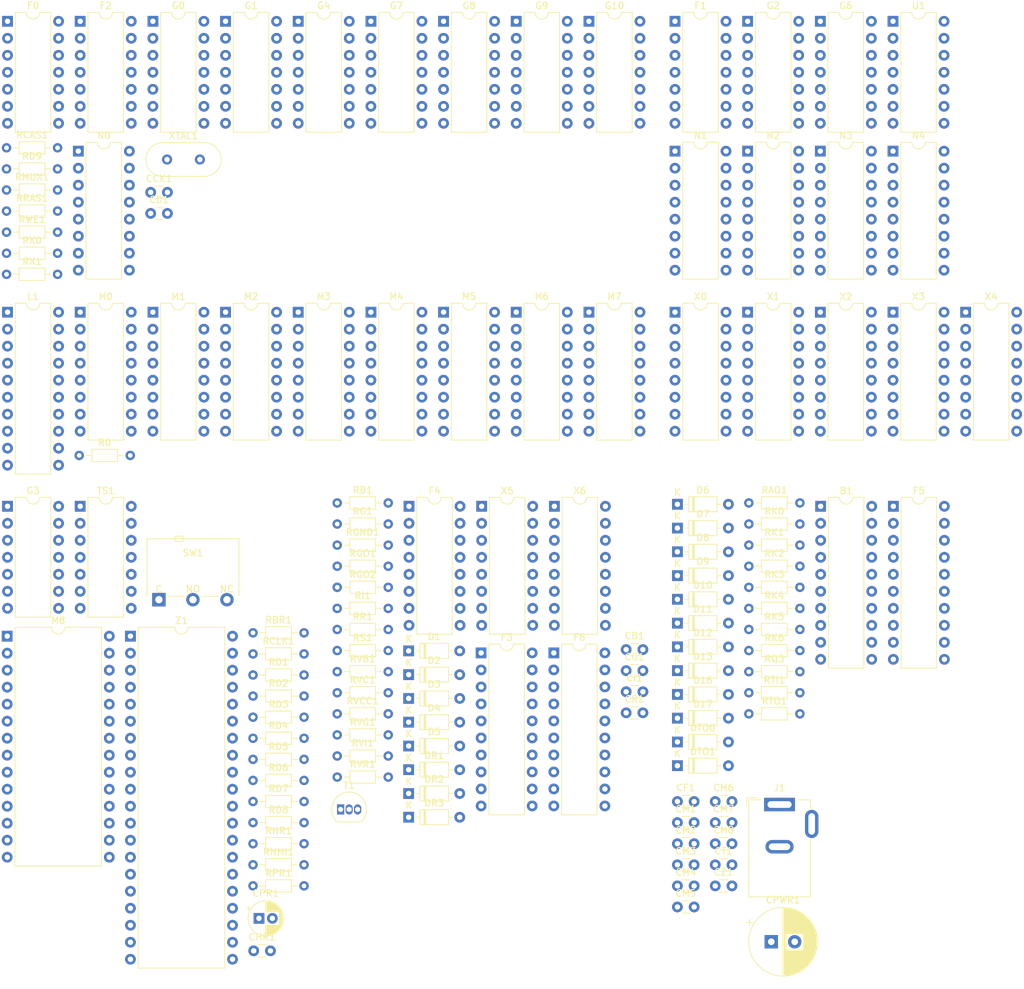
<source format=kicad_pcb>
(kicad_pcb (version 20240108) (generator "pcbnew") (generator_version "8.0")
  (layers (0 "F.Cu" signal) (31 "B.Cu" signal) (34 "B.Paste" user) (35 "F.Paste" user) (36 "B.SilkS" user "B.Silkscreen") (37 "F.SilkS" user "F.Silkscreen") (38 "B.Mask" user) (39 "F.Mask" user) (44 "Edge.Cuts" user))
  (net 0 "")
  (net 1 "/~{IE}")
  (net 2 "/INPUT-OUTPUT/K1")
  (net 3 "/INPUT-OUTPUT/K4")
  (net 4 "/INPUT-OUTPUT/K5")
  (net 5 "/D7")
  (net 7 "VCC")
  (net 8 "/D2")
  (net 9 "/INPUT-OUTPUT/K3")
  (net 10 "/D3")
  (net 11 "/D4")
  (net 12 "/D6")
  (net 13 "/INPUT-OUTPUT/K0")
  (net 14 "/INPUT-OUTPUT/K6")
  (net 15 "GNDD")
  (net 16 "/D5")
  (net 17 "/D0")
  (net 18 "/D1")
  (net 19 "/INPUT-OUTPUT/K2")
  (net 20 "/VIDEO_OUT/B")
  (net 21 "/CK1")
  (net 22 "/TIMING & CTRL/PCAS")
  (net 23 "/VIDEO_OUT/G")
  (net 24 "/Z80CPU & ROM/HR")
  (net 25 "Net-(DR1-A)")
  (net 26 "/Z80CPU & ROM/~{PRST}")
  (net 27 "/VIDEO_OUT/R")
  (net 28 "/VIDEO_OUT/GO")
  (net 29 "/VIDEO_OUT/GI")
  (net 30 "/VIDEO_OUT/GA")
  (net 31 "/VIDEO_OUT/GB")
  (net 32 "/VIDEO_OUT/GR")
  (net 33 "/VIDEO_OUT/GG")
  (net 34 "Net-(D6-A)")
  (net 35 "/A14")
  (net 36 "/A12")
  (net 37 "Net-(D7-A)")
  (net 38 "Net-(D8-A)")
  (net 39 "/A10")
  (net 40 "/A8")
  (net 41 "Net-(D9-A)")
  (net 42 "Net-(D10-A)")
  (net 43 "/A11")
  (net 44 "Net-(D11-A)")
  (net 45 "/A15")
  (net 46 "/A9")
  (net 47 "Net-(D12-A)")
  (net 48 "/A13")
  (net 49 "Net-(D13-A)")
  (net 50 "Net-(DTO0-A)")
  (net 51 "/CK3")
  (net 52 "/TIMING & CTRL/~{CK3D}")
  (net 53 "/TIMING & CTRL/~{WAIT}")
  (net 55 "/TIMING & CTRL/DRD")
  (net 56 "/TIMING & CTRL/CK")
  (net 57 "/CK3D")
  (net 58 "/TIMING & CTRL/GCK")
  (net 59 "/VIDEO_CTRL/~{HVS}")
  (net 61 "/VIDEO_CTRL/HVS")
  (net 62 "/VIDEO_CTRL/~{PHVB}")
  (net 63 "/VIDEO_CTRL/~{HVB}")
  (net 64 "/VIDEO_CTRL/~{PHVS}")
  (net 65 "/TIMING & CTRL/~{IORD}")
  (net 66 "/TIMING & CTRL/~{SM}")
  (net 68 "/Q6")
  (net 69 "/Q5")
  (net 70 "/TIMING & CTRL/SM")
  (net 71 "/TIMING & CTRL/~{CE}")
  (net 72 "/~{RST}")
  (net 73 "/VIDEO_OUT/G6")
  (net 74 "/VIDEO_OUT/G7")
  (net 75 "/MD4")
  (net 76 "/MD3")
  (net 77 "/MD5")
  (net 78 "/VIDEO_OUT/G1")
  (net 79 "/MD0")
  (net 80 "/VIDEO_OUT/G3")
  (net 81 "/MD2")
  (net 82 "/VIDEO_OUT/G5")
  (net 83 "/MD6")
  (net 84 "/MD1")
  (net 85 "/MD7")
  (net 86 "/VIDEO_OUT/G4")
  (net 87 "/VIDEO_OUT/G2")
  (net 88 "/VIDEO_OUT/G0")
  (net 89 "/VIDEO_OUT/S0")
  (net 90 "/TIMING & CTRL/~{LD}")
  (net 91 "/TIMING & CTRL/~{CK1}")
  (net 93 "/Q3")
  (net 94 "/A0")
  (net 95 "/Q4")
  (net 96 "/Q0")
  (net 97 "/Q1")
  (net 98 "/~{IOWR}")
  (net 99 "/Q2")
  (net 101 "/VIDEO_OUT/S1")
  (net 102 "/VIDEO_OUT/S3")
  (net 103 "/VIDEO_OUT/VR")
  (net 104 "/VIDEO_OUT/VI")
  (net 105 "/VIDEO_OUT/VB")
  (net 106 "/VIDEO_OUT/S4")
  (net 107 "/VIDEO_OUT/VG")
  (net 108 "/VIDEO_OUT/XR")
  (net 109 "/VIDEO_OUT/XI")
  (net 110 "/VIDEO_OUT/S2")
  (net 111 "/VIDEO_OUT/XG")
  (net 112 "/VIDEO_OUT/XB")
  (net 113 "/TIMING & CTRL/~{DO}")
  (net 114 "/~{RD}")
  (net 115 "/TIMING & CTRL/DE")
  (net 116 "/TIMING & CTRL/MRQ")
  (net 117 "/TIMING & CTRL/~{AE}")
  (net 118 "/TIMING & CTRL/A00")
  (net 119 "/TIMING & CTRL/~{DRQ}")
  (net 120 "/MUX/V2")
  (net 121 "/TIMING & CTRL/~{OE}")
  (net 122 "/VIDEO_CTRL/VT0")
  (net 123 "/TIMING & CTRL/DA")
  (net 124 "/VIDEO_CTRL/~{VT1}")
  (net 125 "/CK2")
  (net 126 "/TIMING & CTRL/~{PRAS}")
  (net 127 "/TIMING & CTRL/MRD")
  (net 128 "/CK4")
  (net 129 "/VIDEO_CTRL/H5")
  (net 130 "/MUX/V1")
  (net 131 "/VIDEO_CTRL/~{PVB}")
  (net 132 "/VIDEO_OUT/FLSH")
  (net 133 "/MUX/VXX")
  (net 134 "/VIDEO_CTRL/V12")
  (net 135 "/MUX/V0")
  (net 136 "/MUX/V7")
  (net 137 "/MUX/V8")
  (net 138 "/VIDEO_CTRL/~{PHS}")
  (net 139 "/Z80CPU & ROM/~{HR}")
  (net 140 "/VIDEO_CTRL/VT2")
  (net 141 "/MUX/V6")
  (net 142 "/Z80CPU & ROM/~{PR}")
  (net 143 "/VIDEO_CTRL/~{PVS}")
  (net 144 "/VIDEO_CTRL/VCLR")
  (net 145 "/TIMING & CTRL/RFSH")
  (net 146 "/~{MREQ}")
  (net 147 "/MUX/H2")
  (net 148 "/MUX/H4")
  (net 149 "/VIDEO_CTRL/~{HBL}")
  (net 150 "/VIDEO_CTRL/~{HLD}")
  (net 151 "/VIDEO_CTRL/~{XBL}")
  (net 152 "/MUX/H3")
  (net 153 "/~{IORQ}")
  (net 154 "/~{WR}")
  (net 155 "/TIMING & CTRL/~{PWE}")
  (net 156 "/VIDEO_OUT/~{PS}")
  (net 157 "/MUX/X15")
  (net 158 "/VIDEO_CTRL/VBL")
  (net 159 "/VIDEO_CTRL/HBL")
  (net 160 "/MUX/V4")
  (net 161 "/MUX/V5")
  (net 162 "/TIMING & CTRL/MUX")
  (net 163 "/MUX/V3")
  (net 164 "/VIDEO_CTRL/PVB")
  (net 165 "/~{DRD}")
  (net 166 "/MUX/~{MUX}")
  (net 167 "/~{RFSH}")
  (net 168 "/TIMING & CTRL/~{PCAS}")
  (net 170 "/DRAM/XA5")
  (net 171 "/DRAM/XA0")
  (net 172 "/DRAM/XA4")
  (net 173 "/DRAM/XA6")
  (net 174 "/DRAM/XA2")
  (net 175 "/~{RAS}")
  (net 176 "/DRAM/XA8")
  (net 177 "/~{CAS}")
  (net 178 "/DRAM/XA3")
  (net 179 "/DRAM/XA1")
  (net 180 "/~{WE}")
  (net 181 "/DRAM/XA7")
  (net 182 "/A5")
  (net 183 "/A1")
  (net 184 "/A4")
  (net 185 "/A3")
  (net 186 "/A6")
  (net 187 "/A7")
  (net 188 "/A2")
  (net 195 "/VIDEO_CTRL/CY0")
  (net 197 "/MUX/H0")
  (net 198 "/MUX/H1")
  (net 200 "/VIDEO_CTRL/CY1")
  (net 201 "/VIDEO_CTRL/CY2")
  (net 206 "/INPUT-OUTPUT/AO")
  (net 207 "/INPUT-OUTPUT/SPKR")
  (net 208 "/~{BUSRQ}")
  (net 209 "Net-(T1-E)")
  (net 210 "/INPUT-OUTPUT/TI")
  (net 211 "/~{NMI}")
  (net 212 "Net-(T1-B)")
  (net 213 "Net-(SPEAKERTI1-+)")
  (net 214 "/INPUT-OUTPUT/TO")
  (net 215 "/VIDEO_OUT/VC")
  (net 216 "/TIMING & CTRL/X1")
  (net 217 "/TIMING & CTRL/X0")
  (net 218 "/TIMING & CTRL/X2")
  (net 220 "/Z80CPU & ROM/PR")
  (net 222 "/VIDEO_CTRL/V9")
  (net 224 "/MUX/VX2")
  (net 225 "/MUX/VX0")
  (net 226 "/MUX/VX3")
  (net 227 "/MUX/VX1")
  (net 228 "/VIDEO_CTRL/HVBL")
  (net 231 "/~{INT}")
  (net 232 "/~{M1}")
  (footprint "Diode_THT:D_DO-35_SOD27_P7.62mm_Horizontal" (layer "F.Cu") (at -60.1238 90.8934)
    (property "Reference" "D7")
    (property "Value" "1N4148")
  )
  (footprint "Resistor_THT:R_Axial_DIN0204_L3.6mm_D1.6mm_P7.62mm_Horizontal" (layer "F.Cu") (at -160.2838 52.9934)
    (property "Reference" "RX1")
    (property "Value" "680")
  )
  (footprint "Diode_THT:D_DO-35_SOD27_P7.62mm_Horizontal" (layer "F.Cu") (at -60.1238 97.9934)
    (property "Reference" "D9")
    (property "Value" "1N4148")
  )
  (footprint "Package_DIP:DIP-14_W7.62mm" (layer "F.Cu") (at -138.4338 15.1934)
    (property "Reference" "G0")
    (property "Value" "74LS00")
  )
  (footprint "Resistor_THT:R_Axial_DIN0204_L3.6mm_D1.6mm_P7.62mm_Horizontal" (layer "F.Cu") (at -110.9138 124.9434)
    (property "Reference" "RVI1")
    (property "Value" "2K2")
  )
  (footprint "Diode_THT:D_DO-35_SOD27_P7.62mm_Horizontal" (layer "F.Cu") (at -100.2438 109.2434)
    (property "Reference" "D1")
    (property "Value" "1N4148")
  )
  (footprint "Resistor_THT:R_Axial_DIN0204_L3.6mm_D1.6mm_P7.62mm_Horizontal" (layer "F.Cu") (at -49.4538 112.3434)
    (property "Reference" "RQ3")
    (property "Value" "10K")
  )
  (footprint "Resistor_THT:R_Axial_DIN0204_L3.6mm_D1.6mm_P7.62mm_Horizontal" (layer "F.Cu") (at -49.4538 96.5934)
    (property "Reference" "RK2")
    (property "Value" "4K7")
  )
  (footprint "Package_DIP:DIP-20_W7.62mm" (layer "F.Cu") (at -78.5738 109.5434)
    (property "Reference" "F6")
    (property "Value" "74LS377")
  )
  (footprint "Capacitor_THT:C_Disc_D3.0mm_W1.6mm_P2.50mm" (layer "F.Cu") (at -67.7738 109.0434)
    (property "Reference" "CB1")
    (property "Value" "220")
  )
  (footprint "Resistor_THT:R_Axial_DIN0204_L3.6mm_D1.6mm_P7.62mm_Horizontal" (layer "F.Cu") (at -160.2838 37.2434)
    (property "Reference" "RD9")
    (property "Value" "220")
  )
  (footprint "Package_DIP:DIP-16_W7.62mm" (layer "F.Cu") (at -49.6338 34.5934)
    (property "Reference" "N2")
    (property "Value" "74LS193")
  )
  (footprint "Package_DIP:DIP-16_W7.62mm" (layer "F.Cu") (at -84.1838 58.6434)
    (property "Reference" "M6")
    (property "Value" "MMN4164")
  )
  (footprint "Package_DIP:DIP-16_W7.62mm" (layer "F.Cu") (at -27.9338 34.5934)
    (property "Reference" "N4")
    (property "Value" "74LS193")
  )
  (footprint "Capacitor_THT:C_Disc_D3.0mm_W1.6mm_P2.50mm" (layer "F.Cu") (at -60.1238 147.4934)
    (property "Reference" "CM5")
    (property "Value" "100n")
  )
  (footprint "Resistor_THT:R_Axial_DIN0204_L3.6mm_D1.6mm_P7.62mm_Horizontal" (layer "F.Cu") (at -49.4538 93.4434)
    (property "Reference" "RK1")
    (property "Value" "4K7")
  )
  (footprint "Capacitor_THT:C_Disc_D3.0mm_W1.6mm_P2.50mm" (layer "F.Cu") (at -54.4738 134.8934)
    (property "Reference" "CM7")
    (property "Value" "100n")
  )
  (footprint "Capacitor_THT:C_Disc_D3.0mm_W1.6mm_P2.50mm" (layer "F.Cu") (at -60.1238 138.0434)
    (property "Reference" "CM2")
    (property "Value" "100n")
  )
  (footprint "Package_DIP:DIP-16_W7.62mm" (layer "F.Cu") (at -127.5838 58.6434)
    (property "Reference" "M2")
    (property "Value" "MMN4164")
  )
  (footprint "Resistor_THT:R_Axial_DIN0204_L3.6mm_D1.6mm_P7.62mm_Horizontal" (layer "F.Cu") (at -110.9138 121.7934)
    (property "Reference" "RVG1")
    (property "Value" "240")
  )
  (footprint "Capacitor_THT:C_Disc_D3.0mm_W1.6mm_P2.50mm" (layer "F.Cu") (at -67.7738 118.4934)
    (property "Reference" "CR1")
    (property "Value" "220")
  )
  (footprint "Capacitor_THT:C_Disc_D3.0mm_W1.6mm_P2.50mm" (layer "F.Cu") (at -60.1238 144.3434)
    (property "Reference" "CM4")
    (property "Value" "100n")
  )
  (footprint "Diode_THT:D_DO-35_SOD27_P7.62mm_Horizontal" (layer "F.Cu") (at -60.1238 126.3934)
    (property "Reference" "DTO1")
    (property "Value" "1N4148")
  )
  (footprint "Resistor_THT:R_Axial_DIN0204_L3.6mm_D1.6mm_P7.62mm_Horizontal" (layer "F.Cu") (at -110.9138 109.1934)
    (property "Reference" "RS1")
    (property "Value" "270")
  )
  (footprint "Package_DIP:DIP-14_W7.62mm" (layer "F.Cu") (at -49.6338 15.1934)
    (property "Reference" "G2")
    (property "Value" "74LS08")
  )
  (footprint "Package_DIP:DIP-16_W7.62mm" (layer "F.Cu") (at -78.4938 87.6434)
    (property "Reference" "X6")
    (property "Value" "74LS157")
  )
  (footprint "Crystal:Crystal_HC18-U_Vertical" (layer "F.Cu") (at -136.3138 35.8434)
    (property "Reference" "XTAL1")
    (property "Value" "14MHz")
  )
  (footprint "Resistor_THT:R_Axial_DIN0204_L3.6mm_D1.6mm_P7.62mm_Horizontal" (layer "F.Cu") (at -110.9138 93.4434)
    (property "Reference" "RGND1")
    (property "Value" "2K2")
  )
  (footprint "Resistor_THT:R_Axial_DIN0204_L3.6mm_D1.6mm_P7.62mm_Horizontal" (layer "F.Cu") (at -160.2838 46.6934)
    (property "Reference" "RWE1")
    (property "Value" "33")
  )
  (footprint "Diode_THT:D_DO-35_SOD27_P7.62mm_Horizontal" (layer "F.Cu") (at -60.1238 115.7434)
    (property "Reference" "D16")
    (property "Value" "1N4148")
  )
  (footprint "Resistor_THT:R_Axial_DIN0204_L3.6mm_D1.6mm_P7.62mm_Horizontal" (layer "F.Cu") (at -49.4538 109.1934)
    (property "Reference" "RK6")
    (property "Value" "220")
  )
  (footprint "Resistor_THT:R_Axial_DIN0204_L3.6mm_D1.6mm_P7.62mm_Horizontal" (layer "F.Cu") (at -123.4838 115.9934)
    (property "Reference" "RD2")
    (property "Value" "4K7")
  )
  (footprint "Package_DIP:DIP-16_W7.62mm" (layer "F.Cu") (at -149.2838 58.6434)
    (property "Reference" "M0")
    (property "Value" "MMN4164")
  )
  (footprint "Resistor_THT:R_Axial_DIN0204_L3.6mm_D1.6mm_P7.62mm_Horizontal" (layer "F.Cu") (at -110.9138 128.0934)
    (property "Reference" "RVR1")
    (property "Value" "470")
  )
  (footprint "Capacitor_THT:C_Disc_D3.0mm_W1.6mm_P2.50mm" (layer "F.Cu") (at -138.7638 40.7434)
    (property "Reference" "CCK1")
    (property "Value" "~")
  )
  (footprint "Diode_THT:D_DO-35_SOD27_P7.62mm_Horizontal" (layer "F.Cu") (at -60.1238 112.1934)
    (property "Reference" "D13")
    (property "Value" "1N4148")
  )
  (footprint "Resistor_THT:R_Axial_DIN0204_L3.6mm_D1.6mm_P7.62mm_Horizontal" (layer "F.Cu") (at -149.4338 80.0434)
    (property "Reference" "R0")
    (property "Value" "0")
  )
  (footprint "Capacitor_THT:C_Disc_D3.0mm_W1.6mm_P2.50mm" (layer "F.Cu") (at -67.7738 115.3434)
    (property "Reference" "CI1")
    (property "Value" "220")
  )
  (footprint "Diode_THT:D_DO-35_SOD27_P7.62mm_Horizontal" (layer "F.Cu") (at -100.2438 126.9934)
    (property "Reference" "DR1")
    (property "Value" "1N4148")
  )
  (footprint "Capacitor_THT:C_Disc_D3.0mm_W1.6mm_P2.50mm" (layer "F.Cu") (at -54.4738 131.7434)
    (property "Reference" "CM6")
    (property "Value" "100n")
  )
  (footprint "Package_DIP:DIP-14_W7.62mm" (layer "F.Cu") (at -95.0338 15.1934)
    (property "Reference" "G8")
    (property "Value" "74LS86")
  )
  (footprint "Resistor_THT:R_Axial_DIN0204_L3.6mm_D1.6mm_P7.62mm_Horizontal" (layer "F.Cu") (at -160.2838 34.0934)
    (property "Reference" "RCAS1")
    (property "Value" "33")
  )
  (footprint "Resistor_THT:R_Axial_DIN0204_L3.6mm_D1.6mm_P7.62mm_Horizontal" (layer "F.Cu") (at -49.4538 106.0434)
    (property "Reference" "RK5")
    (property "Value" "4K7")
  )
  (footprint "Resistor_THT:R_Axial_DIN0204_L3.6mm_D1.6mm_P7.62mm_Horizontal" (layer "F.Cu") (at -123.4838 144.3434)
    (property "Reference" "RPR1")
    (property "Value" "10K")
  )
  (footprint "Resistor_THT:R_Axial_DIN0204_L3.6mm_D1.6mm_P7.62mm_Horizontal" (layer "F.Cu") (at -110.9138 102.8934)
    (property "Reference" "RI1")
    (property "Value" "680")
  )
  (footprint "Package_DIP:DIP-14_W7.62mm" (layer "F.Cu") (at -160.1338 15.1934)
    (property "Reference" "F0")
    (property "Value" "74LS74")
  )
  (footprint "Capacitor_THT:C_Disc_D3.0mm_W1.6mm_P2.50mm" (layer "F.Cu") (at -54.4738 141.1934)
    (property "Reference" "CT1")
    (property "Value" "100n")
  )
  (footprint "Package_DIP:DIP-14_W7.62mm" (layer "F.Cu") (at -127.5838 15.1934)
    (property "Reference" "G1")
    (property "Value" "74LS00")
  )
  (footprint "Resistor_THT:R_Axial_DIN0204_L3.6mm_D1.6mm_P7.62mm_Horizontal" (layer "F.Cu") (at -110.9138 87.1434)
    (property "Reference" "RB1")
    (property "Value" "470")
  )
  (footprint "Package_DIP:DIP-16_W7.62mm" (layer "F.Cu") (at -49.6338 58.6434)
    (property "Reference" "X1")
    (property "Value" "74LS153")
  )
  (footprint "Package_DIP:DIP-16_W7.62mm" (layer "F.Cu") (at -95.0338 58.6434)
    (property "Reference" "M5")
    (property "Value" "MMN4164")
  )
  (footprint "Resistor_THT:R_Axial_DIN0204_L3.6mm_D1.6mm_P7.62mm_Horizontal" (layer "F.Cu") (at -49.4538 115.4934)
    (property "Reference" "RTI1")
    (property "Value" "220")
  )
  (footprint "Package_TO_SOT_THT:TO-92_Inline" (layer "F.Cu") (at -110.4038 132.9234)
    (property "Reference" "T1")
    (property "Value" "PN2222A")
  )
  (footprint "Package_DIP:DIP-16_W7.62mm" (layer "F.Cu") (at -116.7338 58.6434)
    (property "Reference" "M3")
    (property "Value" "MMN4164")
  )
  (footprint "Capacitor_THT:C_Disc_D3.0mm_W1.6mm_P2.50mm" (layer "F.Cu") (at -67.7738 112.1934)
    (property "Reference" "CG1")
    (property "Value" "220")
  )
  (footprint "Capacitor_THT:C_Disc_D3.0mm_W1.6mm_P2.50mm" (layer "F.Cu") (at -123.3838 154.0434)
    (property "Reference" "CHR1")
    (property "Value" "100n")
  )
  (footprint "Package_DIP:DIP-40_W15.24mm" (layer "F.Cu") (at -141.7838 107.0434)
    (property "Reference" "Z1")
    (property "Value" "Z80CPU")
  )
  (footprint "Diode_THT:D_DO-35_SOD27_P7.62mm_Horizontal" (layer "F.Cu") (at -100.2438 112.7934)
    (property "Reference" "D2")
    (property "Value" "1N4148")
  )
  (footprint "Package_DIP:DIP-16_W7.62mm" (layer "F.Cu") (at -38.7838 34.5934)
    (property "Reference" "N3")
    (property "Value" "74LS193")
  )
  (footprint "Diode_THT:D_DO-35_SOD27_P7.62mm_Horizontal" (layer "F.Cu") (at -60.1238 105.0934)
    (property "Reference" "D11")
    (property "Value" "1N4148")
  )
  (footprint "Resistor_THT:R_Axial_DIN0204_L3.6mm_D1.6mm_P7.62mm_Horizontal" (layer "F.Cu") (at -49.4538 99.7434)
    (property "Reference" "RK3")
    (property "Value" "4K7")
  )
  (footprint "Package_DIP:DIP-20_W7.62mm" (layer "F.Cu") (at -89.4238 109.5434)
    (property "Reference" "F3")
    (property "Value" "74LS377")
  )
  (footprint "Package_DIP:DIP-16_W7.62mm" (layer "F.Cu") (at -105.8838 58.6434)
    (property "Reference" "M4")
    (property "Value" "MMN4164")
  )
  (footprint "Resistor_THT:R_Axial_DIN0204_L3.6mm_D1.6mm_P7.62mm_Horizontal" (layer "F.Cu") (at -123.4838 122.2934)
    (property "Reference" "RD4")
    (property "Value" "4K7")
  )
  (footprint "Diode_THT:D_DO-35_SOD27_P7.62mm_Horizontal" (layer "F.Cu") (at -100.2438 123.4434)
    (property "Reference" "D5")
    (property "Value" "1N4148")
  )
  (footprint "Resistor_THT:R_Axial_DIN0204_L3.6mm_D1.6mm_P7.62mm_Horizontal" (layer "F.Cu") (at -123.4838 119.1434)
    (property "Reference" "RD3")
    (property "Value" "4K7")
  )
  (footprint "Package_DIP:DIP-20_W7.62mm" (layer "F.Cu") (at -38.7338 87.6434)
    (property "Reference" "B1")
    (property "Value" "74LS244")
  )
  (footprint "Package_DIP:DIP-14_W7.62mm" (layer "F.Cu") (at -149.2838 87.6434)
    (property "Reference" "TS1")
    (property "Value" "74LS04")
  )
  (footprint "Diode_THT:D_DO-35_SOD27_P7.62mm_Horizontal" (layer "F.Cu") (at -60.1238 119.2934)
    (property "Reference" "D17")
    (property "Value" "1N4148")
  )
  (footprint "Capacitor_THT:C_Disc_D3.0mm_W1.6mm_P2.50mm" (layer "F.Cu") (at -54.4738 144.3434)
    (property "Reference" "CZ1")
    (property "Value" "100n")
  )
  (footprint "Resistor_THT:R_Axial_DIN0204_L3.6mm_D1.6mm_P7.62mm_Horizontal" (layer "F.Cu") (at -160.2838 40.3934)
    (property "Reference" "RMUX1")
    (property "Value" "220")
  )
  (footprint "Package_DIP:DIP-16_W7.62mm" (layer "F.Cu") (at -27.9338 58.6434)
    (property "Reference" "X3")
    (property "Value" "74LS153")
  )
  (footprint "Capacitor_THT:C_Disc_D3.0mm_W1.6mm_P2.50mm" (layer "F.Cu") (at -60.1238 141.1934)
    (property "Reference" "CM3")
    (property "Value" "100n")
  )
  (footprint "Package_DIP:DIP-14_W7.62mm" (layer "F.Cu") (at -84.1838 15.1934)
    (property "Reference" "G9")
    (property "Value" "74LS20")
  )
  (footprint "Capacitor_THT:CP_Radial_D5.0mm_P2.00mm" (layer "F.Cu") (at -122.594025 149.1934)
    (property "Reference" "CPR1")
    (property "Value" "10uF")
  )
  (footprint "Resistor_THT:R_Axial_DIN0204_L3.6mm_D1.6mm_P7.62mm_Horizontal" (layer "F.Cu") (at -123.4838 106.5434)
    (property "Reference" "RBR1")
    (property "Value" "10K")
  )
  (footprint "Diode_THT:D_DO-35_SOD27_P7.62mm_Horizontal" (layer "F.Cu") (at -60.1238 87.3434)
    (property "Reference" "D6")
    (property "Value" "1N4148")
  )
  (footprint "Resistor_THT:R_Axial_DIN0204_L3.6mm_D1.6mm_P7.62mm_Horizontal" (layer "F.Cu") (at -123.4838 131.7434)
    (property "Reference" "RD7")
    (property "Value" "4K7")
  )
  (footprint "Package_DIP:DIP-16_W7.62mm" (layer "F.Cu") (at -100.1938 87.6434)
    (property "Reference" "F4")
    (property "Value" "74LS165")
  )
  (footprint "Resistor_THT:R_Axial_DIN0204_L3.6mm_D1.6mm_P7.62mm_Horizontal" (layer "F.Cu") (at -110.9138 115.4934)
    (property "Reference" "RVC1")
    (property "Value" "75")
  )
  (footprint "Resistor_THT:R_Axial_DIN0204_L3.6mm_D1.6mm_P7.62mm_Horizontal" (layer "F.Cu") (at -123.4838 128.5934)
    (property "Reference" "RD6")
    (property "Value" "4K7")
  )
  (footprint "Capacitor_THT:C_Disc_D3.0mm_W1.6mm_P2.50mm" (layer "F.Cu") (at -138.7638 43.8934)
    (property "Reference" "CD1")
    (property "Value" "220")
  )
  (footprint "Package_DIP:DIP-20_W7.62mm" (layer "F.Cu") (at -27.8838 87.6434)
    (property "Reference" "F5")
    (property "Value" "74LS377")
  )
  (footprint "Package_DIP:DIP-16_W7.62mm" (layer "F.Cu") (at -149.5638 34.5934)
    (property "Reference" "N0")
    (property "Value" "74LS193")
  )
  (footprint "Capacitor_THT:C_Disc_D3.0mm_W1.6mm_P2.50mm" (layer "F.Cu") (at -54.4738 138.0434)
    (property "Reference" "CM8")
    (property "Value" "100n")
  )
  (footprint "Resistor_THT:R_Axial_DIN0204_L3.6mm_D1.6mm_P7.62mm_Horizontal" (layer "F.Cu") (at -123.4838 134.8934)
    (property "Reference" "RD8")
    (property "Value" "4K7")
  )
  (footprint "Package_DIP:DIP-14_W7.62mm" (layer "F.Cu") (at -116.7338 15.1934)
    (property "Reference" "G4")
    (property "Value" "74LS02")
  )
  (footprint "Package_DIP:DIP-14_W7.62mm" (layer "F.Cu") (at -27.9338 15.1934)
    (property "Reference" "U1")
    (property "Value" "74LS93")
  )
  (footprint "Resistor_THT:R_Axial_DIN0204_L3.6mm_D1.6mm_P7.62mm_Horizontal" (layer "F.Cu") (at -123.4838 125.4434)
    (property "Reference" "RD5")
    (property "Value" "4K7")
  )
  (footprint "Package_DIP:DIP-14_W7.62mm" (layer "F.Cu") (at -60.4838 15.1934)
    (property "Reference" "F1")
    (property "Value" "74LS74")
  )
  (footprint "Resistor_THT:R_Axial_DIN0204_L3.6mm_D1.6mm_P7.62mm_Horizontal" (layer "F.Cu") (at -160.2838 43.5434)
    (property "Reference" "RRAS1")
    (property "Value" "33")
  )
  (footprint "Resistor_THT:R_Axial_DIN0204_L3.6mm_D1.6mm_P7.62mm_Horizontal" (layer "F.Cu") (at -110.9138 96.5934)
    (property "Reference" "RGO1")
    (property "Value" "10K")
  )
  (footprint "Package_DIP:DIP-14_W7.62mm" (layer "F.Cu") (at -149.2838 15.1934)
    (property "Reference" "F2")
    (property "Value" "74LS74")
  )
  (footprint "Package_DIP:DIP-14_W7.62mm" (layer "F.Cu") (at -73.3338 15.1934)
    (property "Reference" "G10")
    (property "Value" "74LS04")
  )
  (footprint "Diode_THT:D_DO-35_SOD27_P7.62mm_Horizontal" (layer "F.Cu") (at -100.2438 134.0934)
    (property "Reference" "DR3")
    (property "Value" "1N4148")
  )
  (footprint "Resistor_THT:R_Axial_DIN0204_L3.6mm_D1.6mm_P7.62mm_Horizontal" (layer "F.Cu") (at -123.4838 112.8434)
    (property "Reference" "RD1")
    (property "Value" "4K7")
  )
  (footprint "Diode_THT:D_DO-35_SOD27_P7.62mm_Horizontal" (layer "F.Cu") (at -100.2438 116.3434)
    (property "Reference" "D3")
    (property "Value" "1N4148")
  )
  (footprint "Resistor_THT:R_Axial_DIN0204_L3.6mm_D1.6mm_P7.62mm_Horizontal" (layer "F.Cu") (at -49.4538 90.2934)
    (property "Reference" "RK0")
    (property "Value" "4K7")
  )
  (footprint "Diode_THT:D_DO-35_SOD27_P7.62mm_Horizontal" (layer "F.Cu") (at -60.1238 101.5434)
    (property "Reference" "D10")
    (property "Value" "1N4148")
  )
  (footprint "Resistor_THT:R_Axial_DIN0204_L3.6mm_D1.6mm_P7.62mm_Horizontal" (layer "F.Cu") (at -49.4538 102.8934)
    (property "Reference" "RK4")
    (property "Value" "4K7")
  )
  (footprint "Package_DIP:DIP-16_W7.62mm" (layer "F.Cu") (at -38.7838 58.6434)
    (property "Reference" "X2")
    (property "Value" "74LS153")
  )
  (footprint "Resistor_THT:R_Axial_DIN0204_L3.6mm_D1.6mm_P7.62mm_Horizontal" (layer "F.Cu") (at -110.9138 112.3434)
    (property "Reference" "RVB1")
    (property "Value" "1K")
  )
  (footprint "Diode_THT:D_DO-35_SOD27_P7.62mm_Horizontal" (layer "F.Cu") (at -60.1238 94.4434)
    (property "Reference" "D8")
    (property "Value" "1N4148")
  )
  (footprint "Capacitor_THT:C_Disc_D3.0mm_W1.6mm_P2.50mm" (layer "F.Cu") (at -60.1238 131.7434)
    (property "Reference" "CF1")
    (property "Value" "100n")
  )
  (footprint "Package_DIP:DIP-16_W7.62mm" (layer "F.Cu") (at -17.0838 58.6434)
    (property "Reference" "X4")
    (property "Value" "74LS153")
  )
  (footprint "Resistor_THT:R_Axial_DIN0204_L3.6mm_D1.6mm_P7.62mm_Horizontal" (layer "F.Cu") (at -110.9138 106.0434)
    (property "Reference" "RR1")
    (property "Value" "470")
  )
  (footprint "Package_DIP:DIP-14_W7.62mm" (layer "F.Cu") (at -38.7838 15.1934)
    (property "Reference" "G6")
    (property "Value" "74LS32")
  )
  (footprint "Resistor_THT:R_Axial_DIN0204_L3.6mm_D1.6mm_P7.62mm_Horizontal" (layer "F.Cu") (at -110.9138 118.6434)
    (property "Reference" "RVCC1")
    (property "Value" "120")
  )
  (footprint "Diode_THT:D_DO-35_SOD27_P7.62mm_Horizontal" (layer "F.Cu") (at -100.2438 119.8934)
    (property "Reference" "D4")
    (property "Value" "1N4148")
  )
  (footprint "Resistor_THT:R_Axial_DIN0204_L3.6mm_D1.6mm_P7.62mm_Horizontal" (layer "F.Cu") (at -123.4838 138.0434)
    (property "Reference" "RHR1")
    (property "Value" "10K")
  )
  (footprint "Resistor_THT:R_Axial_DIN0204_L3.6mm_D1.6mm_P7.62mm_Horizontal" (layer "F.Cu") (at -49.4538 87.1434)
    (property "Reference" "RAO1")
    (property "Value" "10K")
  )
  (footprint "Resistor_THT:R_Axial_DIN0204_L3.6mm_D1.6mm_P7.62mm_Horizontal" (layer "F.Cu") (at -123.4838 141.1934)
    (property "Reference" "RNMI1")
    (property "Value" "10K")
  )
  (footprint "Resistor_THT:R_Axial_DIN0204_L3.6mm_D1.6mm_P7.62mm_Horizontal" (layer "F.Cu") (at -123.4838 109.6934)
    (property "Reference" "RCLK1")
    (property "Value" "330")
  )
  (footprint "Resistor_THT:R_Axial_DIN0204_L3.6mm_D1.6mm_P7.62mm_Horizontal" (layer "F.Cu") (at -49.4538 118.6434)
    (property "Reference" "RTO1")
    (property "Value" "10K")
  )
  (footprint "Package_DIP:DIP-16_W7.62mm" (layer "F.Cu") (at -73.3338 58.6434)
    (property "Reference" "M7")
    (property "Value" "MMN4164")
  )
  (footprint "Diode_THT:D_DO-35_SOD27_P7.62mm_Horizontal" (layer "F.Cu") (at -100.2438 130.5434)
    (property "Reference" "DR2")
    (property "Value" "1N4148")
  )
  (footprint "Capacitor_THT:C_Disc_D3.0mm_W1.6mm_P2.50mm" (layer "F.Cu") (at -60.1238 134.8934)
    (property "Reference" "CM1")
    (property "Value" "100n")
  )
  (footprint "Package_DIP:DIP-28_W15.24mm" (layer "F.Cu") (at -160.1838 107.0434)
    (property "Reference" "M8")
    (property "Value" "27C128")
  )
  (footprint "Diode_THT:D_DO-35_SOD27_P7.62mm_Horizontal" (layer "F.Cu") (at -60.1238 122.8434)
    (property "Reference" "DTO0")
    (property "Value" "1N4148")
  )
  (footprint "Package_DIP:DIP-16_W7.62mm" (layer "F.Cu") (at -60.4838 34.5934)
    (property "Reference" "N1")
    (property "Value" "74LS193")
  )
  (footprint "Connector_BarrelJack:BarrelJack_GCT_DCJ200-10-A_Horizontal" (layer "F.Cu") (at -44.8738 132.1934)
    (property "Reference" "J1")
    (property "Value" "JPWR")
  )
  (footprint "Resistor_THT:R_Axial_DIN0204_L3.6mm_D1.6mm_P7.62mm_Horizontal" (layer "F.Cu") (at -160.2838 49.8434)
    (property "Reference" "RX0")
    (property "Value" "680")
  )
  (footprint "Package_DIP:DIP-20_W7.62mm" (layer "F.Cu") (at -160.1338 58.6434)
    (property "Reference" "L1")
    (property "Value" "74LS373")
  )
  (footprint "Diode_THT:D_DO-35_SOD27_P7.62mm_Horizontal" (layer "F.Cu") (at -60.1238 108.6434)
    (property "Reference" "D12")
    (property "Value" "1N4148")
  )
  (footprint "Resistor_THT:R_Axial_DIN0204_L3.6mm_D1.6mm_P7.62mm_Horizontal" (layer "F.Cu") (at -110.9138 90.2934)
    (property "Reference" "RG1")
    (property "Value" "470")
  )
  (footprint "Package_DIP:DIP-16_W7.62mm" (layer "F.Cu") (at -89.3438 87.6434)
    (property "Reference" "X5")
    (property "Value" "74LS157")
  )
  (footprint "Resistor_THT:R_Axial_DIN0204_L3.6mm_D1.6mm_P7.62mm_Horizontal" (layer "F.Cu") (at -110.9138 99.7434)
    (property "Reference" "RGO2")
    (property "Value" "10K")
  )
  (footprint "Package_DIP:DIP-14_W7.62mm" (layer "F.Cu") (at -160.1338 87.6434)
    (property "Reference" "G3")
    (property "Value" "74LS08")
  )
  (footprint "Package_DIP:DIP-16_W7.62mm" (layer "F.Cu") (at -138.4338 58.6434)
    (property "Reference" "M1")
    (property "Value" "MMN4164")
  )
  (footprint "Button_Switch_THT:SW_XKB_DM1-16UC-1" (layer "F.Cu") (at -137.5338 101.5934)
    (property "Reference" "SW1")
    (property "Value" "SW_SPDT_312")
  )
  (footprint "Capacitor_THT:CP_Radial_D10.0mm_P3.50mm" (layer "F.Cu") (at -46.109154 152.6934)
    (property "Reference" "CPWR1")
    (property "Value" "100uF")
  )
  (footprint "Package_DIP:DIP-14_W7.62mm" (layer "F.Cu") (at -105.8838 15.1934)
    (property "Reference" "G7")
    (property "Value" "74LS32")
  )
  (footprint "Package_DIP:DIP-16_W7.62mm" (layer "F.Cu") (at -60.4838 58.6434)
    (property "Reference" "X0")
    (property "Value" "74LS157")
  )
)
</source>
